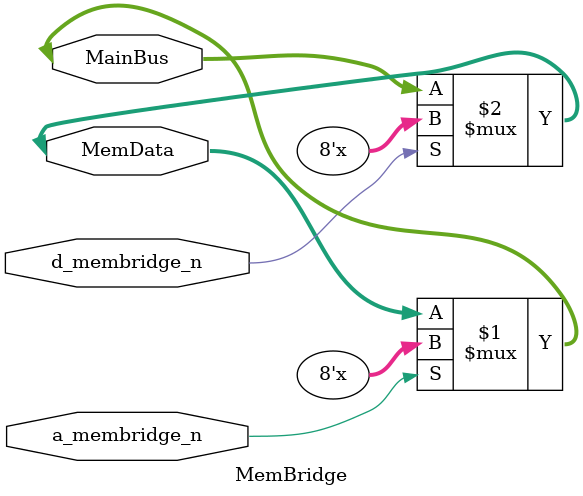
<source format=v>
/*

Name:				Mem Bridge
Schematic Source:   https://easyeda.com/weirdboyjim/membridge
Schematic Rev:		1.0 (2020-03-08?)
Designer:			James Sharman (weirdboyjim)

FPGA/Verilog: 		George Smart (@m1geo) http://www.george-smart.co.uk
Project Source:		https://github.com/m1geo/JamesSharmanPipelinedCPU
Verilog Rev:		1.0 (2022-04-26)

Module notes:
    Video:          https://www.youtube.com/watch?v=kFNIyoW6VMo&t=6s
	Bidirectional bridge between MainBus and MemData.
	
*/

module MemBridge (
	inout	[7:0]	MainBus,
	inout	[7:0]	MemData,
	
	// Mem Inputs
	input			a_membridge_n,	// active low, MemData->MainBus
	input			d_membridge_n	// active low, MainBus->MemData
);

    // LOW a_membridge_n drives MemData onto MainBus
	assign MainBus = a_membridge_n ? 8'bZ : MemData;
	
	// LOW d_membridge_n drives MainBus onto MemData
	assign MemData = d_membridge_n ? 8'bZ : MainBus;

endmodule

</source>
